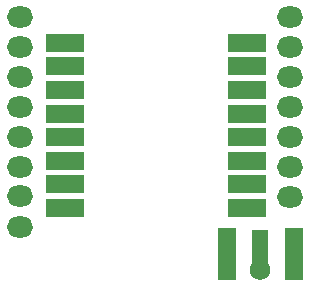
<source format=gts>
%FSDAX23Y23*%
%MOIN*%
%SFA1B1*%

%IPPOS*%
%ADD10R,0.058000X0.150000*%
%ADD11R,0.061000X0.173000*%
%ADD12R,0.126000X0.063000*%
%ADD13O,0.087000X0.071000*%
%ADD14C,0.068000*%
%LNrfm95w-1*%
%LPD*%
G54D10*
X00939Y00138D03*
G54D11*
X01051Y00130D03*
X00828D03*
G54D12*
X00893Y00835D03*
Y00756D03*
Y00678D03*
Y00599D03*
Y00520D03*
Y00442D03*
Y00363D03*
Y00284D03*
X00286D03*
Y00363D03*
Y00442D03*
Y00520D03*
Y00599D03*
Y00678D03*
Y00756D03*
Y00835D03*
G54D13*
X00139Y00920D03*
Y00620D03*
Y00325D03*
Y00420D03*
Y00720D03*
Y00520D03*
Y00220D03*
Y00820D03*
X01039Y00920D03*
Y00320D03*
Y00820D03*
Y00720D03*
Y00620D03*
Y00520D03*
Y00420D03*
G54D14*
X00939Y00078D03*
M02*
</source>
